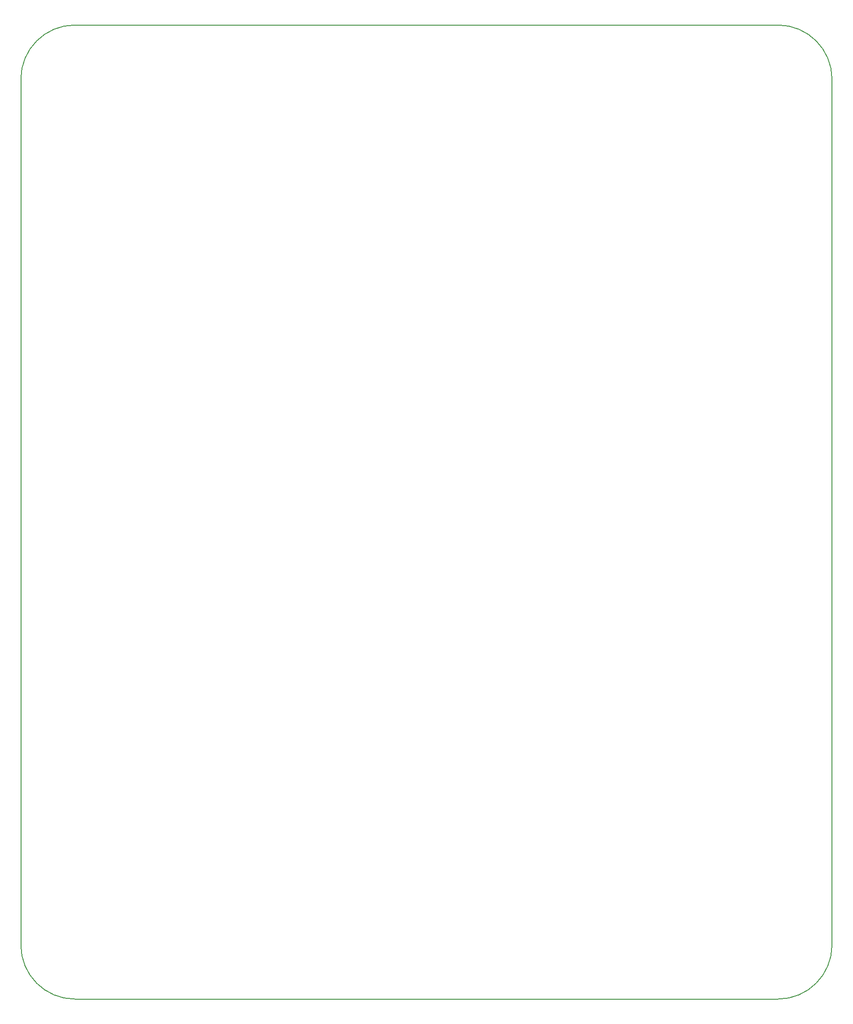
<source format=gbr>
%TF.GenerationSoftware,KiCad,Pcbnew,9.0.0*%
%TF.CreationDate,2025-06-18T15:22:37+08:00*%
%TF.ProjectId,elec,656c6563-2e6b-4696-9361-645f70636258,1*%
%TF.SameCoordinates,Original*%
%TF.FileFunction,Profile,NP*%
%FSLAX46Y46*%
G04 Gerber Fmt 4.6, Leading zero omitted, Abs format (unit mm)*
G04 Created by KiCad (PCBNEW 9.0.0) date 2025-06-18 15:22:37*
%MOMM*%
%LPD*%
G01*
G04 APERTURE LIST*
%TA.AperFunction,Profile*%
%ADD10C,0.200000*%
%TD*%
G04 APERTURE END LIST*
D10*
X273500000Y-227250002D02*
X273500000Y-67250000D01*
X133499999Y-237250001D02*
X263500001Y-237250001D01*
X123500000Y-67250000D02*
X123500000Y-227250002D01*
X133499999Y-237250001D02*
G75*
G02*
X123499999Y-227250002I1J10000001D01*
G01*
X123500000Y-67250000D02*
G75*
G02*
X133499999Y-57250000I10000000J0D01*
G01*
X263500001Y-57250001D02*
X133499999Y-57250001D01*
X263500001Y-57250001D02*
G75*
G02*
X273499999Y-67250000I-1J-9999999D01*
G01*
X273500000Y-227250002D02*
G75*
G02*
X263500001Y-237250000I-10000000J2D01*
G01*
M02*

</source>
